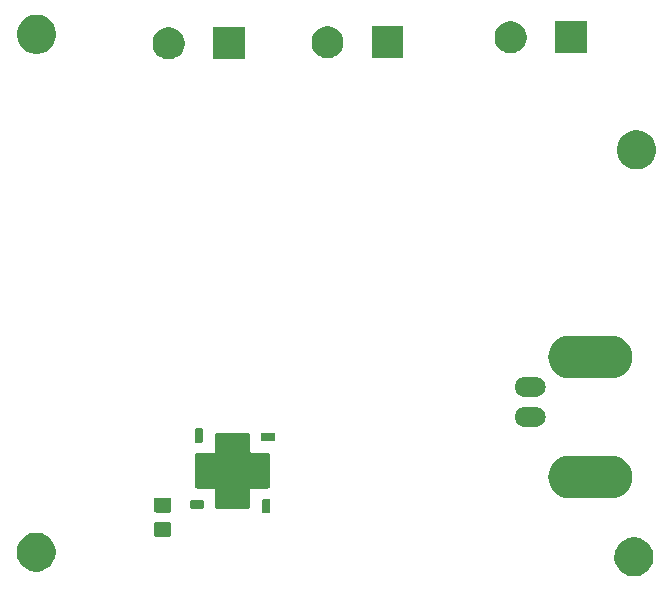
<source format=gbr>
G04 #@! TF.GenerationSoftware,KiCad,Pcbnew,(5.1.0)-1*
G04 #@! TF.CreationDate,2020-05-22T08:02:51-04:00*
G04 #@! TF.ProjectId,SiPMV4-60050,5369504d-5634-42d3-9630-3035302e6b69,rev?*
G04 #@! TF.SameCoordinates,Original*
G04 #@! TF.FileFunction,Soldermask,Bot*
G04 #@! TF.FilePolarity,Negative*
%FSLAX46Y46*%
G04 Gerber Fmt 4.6, Leading zero omitted, Abs format (unit mm)*
G04 Created by KiCad (PCBNEW (5.1.0)-1) date 2020-05-22 08:02:51*
%MOMM*%
%LPD*%
G04 APERTURE LIST*
%ADD10C,0.100000*%
G04 APERTURE END LIST*
D10*
G36*
X189879576Y-63466098D02*
G01*
X189985899Y-63487247D01*
X190286362Y-63611703D01*
X190556771Y-63792385D01*
X190786735Y-64022349D01*
X190967417Y-64292758D01*
X190967418Y-64292760D01*
X191091873Y-64593222D01*
X191142204Y-64846249D01*
X191155320Y-64912191D01*
X191155320Y-65237409D01*
X191091873Y-65556379D01*
X190967417Y-65856842D01*
X190786735Y-66127251D01*
X190556771Y-66357215D01*
X190286362Y-66537897D01*
X189985899Y-66662353D01*
X189879576Y-66683502D01*
X189666931Y-66725800D01*
X189341709Y-66725800D01*
X189129064Y-66683502D01*
X189022741Y-66662353D01*
X188722278Y-66537897D01*
X188451869Y-66357215D01*
X188221905Y-66127251D01*
X188041223Y-65856842D01*
X187916767Y-65556379D01*
X187853320Y-65237409D01*
X187853320Y-64912191D01*
X187866437Y-64846249D01*
X187916767Y-64593222D01*
X188041222Y-64292760D01*
X188041223Y-64292758D01*
X188221905Y-64022349D01*
X188451869Y-63792385D01*
X188722278Y-63611703D01*
X189022741Y-63487247D01*
X189129064Y-63466098D01*
X189341709Y-63423800D01*
X189666931Y-63423800D01*
X189879576Y-63466098D01*
X189879576Y-63466098D01*
G37*
G36*
X139270076Y-63074938D02*
G01*
X139376399Y-63096087D01*
X139676862Y-63220543D01*
X139947271Y-63401225D01*
X140177235Y-63631189D01*
X140177236Y-63631191D01*
X140357918Y-63901600D01*
X140482373Y-64202062D01*
X140545820Y-64521029D01*
X140545820Y-64846251D01*
X140503522Y-65058896D01*
X140482373Y-65165219D01*
X140357917Y-65465682D01*
X140177235Y-65736091D01*
X139947271Y-65966055D01*
X139676862Y-66146737D01*
X139376399Y-66271193D01*
X139270076Y-66292342D01*
X139057431Y-66334640D01*
X138732209Y-66334640D01*
X138519564Y-66292342D01*
X138413241Y-66271193D01*
X138112778Y-66146737D01*
X137842369Y-65966055D01*
X137612405Y-65736091D01*
X137431723Y-65465682D01*
X137307267Y-65165219D01*
X137286118Y-65058896D01*
X137243820Y-64846251D01*
X137243820Y-64521029D01*
X137307267Y-64202062D01*
X137431722Y-63901600D01*
X137612404Y-63631191D01*
X137612405Y-63631189D01*
X137842369Y-63401225D01*
X138112778Y-63220543D01*
X138413241Y-63096087D01*
X138519564Y-63074938D01*
X138732209Y-63032640D01*
X139057431Y-63032640D01*
X139270076Y-63074938D01*
X139270076Y-63074938D01*
G37*
G36*
X150194674Y-62125465D02*
G01*
X150232367Y-62136899D01*
X150267103Y-62155466D01*
X150297548Y-62180452D01*
X150322534Y-62210897D01*
X150341101Y-62245633D01*
X150352535Y-62283326D01*
X150357000Y-62328661D01*
X150357000Y-63165339D01*
X150352535Y-63210674D01*
X150341101Y-63248367D01*
X150322534Y-63283103D01*
X150297548Y-63313548D01*
X150267103Y-63338534D01*
X150232367Y-63357101D01*
X150194674Y-63368535D01*
X150149339Y-63373000D01*
X149062661Y-63373000D01*
X149017326Y-63368535D01*
X148979633Y-63357101D01*
X148944897Y-63338534D01*
X148914452Y-63313548D01*
X148889466Y-63283103D01*
X148870899Y-63248367D01*
X148859465Y-63210674D01*
X148855000Y-63165339D01*
X148855000Y-62328661D01*
X148859465Y-62283326D01*
X148870899Y-62245633D01*
X148889466Y-62210897D01*
X148914452Y-62180452D01*
X148944897Y-62155466D01*
X148979633Y-62136899D01*
X149017326Y-62125465D01*
X149062661Y-62121000D01*
X150149339Y-62121000D01*
X150194674Y-62125465D01*
X150194674Y-62125465D01*
G37*
G36*
X158648428Y-60190264D02*
G01*
X158669509Y-60196660D01*
X158688945Y-60207048D01*
X158705976Y-60221024D01*
X158719952Y-60238055D01*
X158730340Y-60257491D01*
X158736736Y-60278572D01*
X158739500Y-60306640D01*
X158739500Y-61270360D01*
X158736736Y-61298428D01*
X158730340Y-61319509D01*
X158719952Y-61338945D01*
X158705976Y-61355976D01*
X158688945Y-61369952D01*
X158669509Y-61380340D01*
X158648428Y-61386736D01*
X158620360Y-61389500D01*
X158156640Y-61389500D01*
X158128572Y-61386736D01*
X158107491Y-61380340D01*
X158088055Y-61369952D01*
X158071024Y-61355976D01*
X158057048Y-61338945D01*
X158046660Y-61319509D01*
X158040264Y-61298428D01*
X158037500Y-61270360D01*
X158037500Y-60306640D01*
X158040264Y-60278572D01*
X158046660Y-60257491D01*
X158057048Y-60238055D01*
X158071024Y-60221024D01*
X158088055Y-60207048D01*
X158107491Y-60196660D01*
X158128572Y-60190264D01*
X158156640Y-60187500D01*
X158620360Y-60187500D01*
X158648428Y-60190264D01*
X158648428Y-60190264D01*
G37*
G36*
X150194674Y-60075465D02*
G01*
X150232367Y-60086899D01*
X150267103Y-60105466D01*
X150297548Y-60130452D01*
X150322534Y-60160897D01*
X150341101Y-60195633D01*
X150352535Y-60233326D01*
X150357000Y-60278661D01*
X150357000Y-61115339D01*
X150352535Y-61160674D01*
X150341101Y-61198367D01*
X150322534Y-61233103D01*
X150297548Y-61263548D01*
X150267103Y-61288534D01*
X150232367Y-61307101D01*
X150194674Y-61318535D01*
X150149339Y-61323000D01*
X149062661Y-61323000D01*
X149017326Y-61318535D01*
X148979633Y-61307101D01*
X148944897Y-61288534D01*
X148914452Y-61263548D01*
X148889466Y-61233103D01*
X148870899Y-61198367D01*
X148859465Y-61160674D01*
X148855000Y-61115339D01*
X148855000Y-60278661D01*
X148859465Y-60233326D01*
X148870899Y-60195633D01*
X148889466Y-60160897D01*
X148914452Y-60130452D01*
X148944897Y-60105466D01*
X148979633Y-60086899D01*
X149017326Y-60075465D01*
X149062661Y-60071000D01*
X150149339Y-60071000D01*
X150194674Y-60075465D01*
X150194674Y-60075465D01*
G37*
G36*
X156868239Y-54601940D02*
G01*
X156905683Y-54613299D01*
X156940188Y-54631742D01*
X156970435Y-54656565D01*
X156995258Y-54686812D01*
X157013701Y-54721317D01*
X157025060Y-54758761D01*
X157029500Y-54803841D01*
X157029500Y-56162501D01*
X157031902Y-56186887D01*
X157039015Y-56210336D01*
X157050566Y-56231947D01*
X157066111Y-56250889D01*
X157085053Y-56266434D01*
X157106664Y-56277985D01*
X157130113Y-56285098D01*
X157154499Y-56287500D01*
X158513159Y-56287500D01*
X158558239Y-56291940D01*
X158595683Y-56303299D01*
X158630188Y-56321742D01*
X158660435Y-56346565D01*
X158685258Y-56376812D01*
X158703701Y-56411317D01*
X158715060Y-56448761D01*
X158719500Y-56493841D01*
X158719500Y-59083159D01*
X158715060Y-59128239D01*
X158703701Y-59165683D01*
X158685258Y-59200188D01*
X158660435Y-59230435D01*
X158630188Y-59255258D01*
X158595683Y-59273701D01*
X158558239Y-59285060D01*
X158513159Y-59289500D01*
X157154499Y-59289500D01*
X157130113Y-59291902D01*
X157106664Y-59299015D01*
X157085053Y-59310566D01*
X157066111Y-59326111D01*
X157050566Y-59345053D01*
X157039015Y-59366664D01*
X157031902Y-59390113D01*
X157029500Y-59414499D01*
X157029500Y-60793159D01*
X157025060Y-60838239D01*
X157013701Y-60875683D01*
X156995258Y-60910188D01*
X156970435Y-60940435D01*
X156940188Y-60965258D01*
X156905683Y-60983701D01*
X156868239Y-60995060D01*
X156823159Y-60999500D01*
X154233841Y-60999500D01*
X154188761Y-60995060D01*
X154151317Y-60983701D01*
X154116812Y-60965258D01*
X154086565Y-60940435D01*
X154061742Y-60910188D01*
X154043299Y-60875683D01*
X154031940Y-60838239D01*
X154027500Y-60793159D01*
X154027500Y-59414499D01*
X154025098Y-59390113D01*
X154017985Y-59366664D01*
X154006434Y-59345053D01*
X153990889Y-59326111D01*
X153971947Y-59310566D01*
X153950336Y-59299015D01*
X153926887Y-59291902D01*
X153902501Y-59289500D01*
X152523841Y-59289500D01*
X152478761Y-59285060D01*
X152441317Y-59273701D01*
X152406812Y-59255258D01*
X152376565Y-59230435D01*
X152351742Y-59200188D01*
X152333299Y-59165683D01*
X152321940Y-59128239D01*
X152317500Y-59083159D01*
X152317500Y-56493841D01*
X152321940Y-56448761D01*
X152333299Y-56411317D01*
X152351742Y-56376812D01*
X152376565Y-56346565D01*
X152406812Y-56321742D01*
X152441317Y-56303299D01*
X152478761Y-56291940D01*
X152523841Y-56287500D01*
X153902501Y-56287500D01*
X153926887Y-56285098D01*
X153950336Y-56277985D01*
X153971947Y-56266434D01*
X153990889Y-56250889D01*
X154006434Y-56231947D01*
X154017985Y-56210336D01*
X154025098Y-56186887D01*
X154027500Y-56162501D01*
X154027500Y-54803841D01*
X154031940Y-54758761D01*
X154043299Y-54721317D01*
X154061742Y-54686812D01*
X154086565Y-54656565D01*
X154116812Y-54631742D01*
X154151317Y-54613299D01*
X154188761Y-54601940D01*
X154233841Y-54597500D01*
X156823159Y-54597500D01*
X156868239Y-54601940D01*
X156868239Y-54601940D01*
G37*
G36*
X153038428Y-60290264D02*
G01*
X153059509Y-60296660D01*
X153078945Y-60307048D01*
X153095976Y-60321024D01*
X153109952Y-60338055D01*
X153120340Y-60357491D01*
X153126736Y-60378572D01*
X153129500Y-60406640D01*
X153129500Y-60870360D01*
X153126736Y-60898428D01*
X153120340Y-60919509D01*
X153109952Y-60938945D01*
X153095976Y-60955976D01*
X153078945Y-60969952D01*
X153059509Y-60980340D01*
X153038428Y-60986736D01*
X153010360Y-60989500D01*
X152046640Y-60989500D01*
X152018572Y-60986736D01*
X151997491Y-60980340D01*
X151978055Y-60969952D01*
X151961024Y-60955976D01*
X151947048Y-60938945D01*
X151936660Y-60919509D01*
X151930264Y-60898428D01*
X151927500Y-60870360D01*
X151927500Y-60406640D01*
X151930264Y-60378572D01*
X151936660Y-60357491D01*
X151947048Y-60338055D01*
X151961024Y-60321024D01*
X151978055Y-60307048D01*
X151997491Y-60296660D01*
X152018572Y-60290264D01*
X152046640Y-60287500D01*
X153010360Y-60287500D01*
X153038428Y-60290264D01*
X153038428Y-60290264D01*
G37*
G36*
X187735289Y-56513386D02*
G01*
X187911678Y-56530759D01*
X188251168Y-56633742D01*
X188251170Y-56633743D01*
X188564042Y-56800977D01*
X188564044Y-56800978D01*
X188564043Y-56800978D01*
X188838281Y-57026039D01*
X189063342Y-57300277D01*
X189230578Y-57613152D01*
X189333561Y-57952642D01*
X189368334Y-58305700D01*
X189333561Y-58658758D01*
X189233292Y-58989300D01*
X189230577Y-58998250D01*
X189063343Y-59311122D01*
X188838281Y-59585361D01*
X188564042Y-59810423D01*
X188251170Y-59977657D01*
X188251168Y-59977658D01*
X187911678Y-60080641D01*
X187735289Y-60098014D01*
X187647096Y-60106700D01*
X183970144Y-60106700D01*
X183881951Y-60098014D01*
X183705562Y-60080641D01*
X183366072Y-59977658D01*
X183366070Y-59977657D01*
X183053198Y-59810423D01*
X182778959Y-59585361D01*
X182553897Y-59311122D01*
X182386663Y-58998250D01*
X182383948Y-58989300D01*
X182283679Y-58658758D01*
X182248906Y-58305700D01*
X182283679Y-57952642D01*
X182386662Y-57613152D01*
X182553898Y-57300277D01*
X182778959Y-57026039D01*
X183053197Y-56800978D01*
X183053196Y-56800978D01*
X183053198Y-56800977D01*
X183366070Y-56633743D01*
X183366072Y-56633742D01*
X183705562Y-56530759D01*
X183881951Y-56513386D01*
X183970144Y-56504700D01*
X187647096Y-56504700D01*
X187735289Y-56513386D01*
X187735289Y-56513386D01*
G37*
G36*
X152938428Y-54210264D02*
G01*
X152959509Y-54216660D01*
X152978945Y-54227048D01*
X152995976Y-54241024D01*
X153009952Y-54258055D01*
X153020340Y-54277491D01*
X153026736Y-54298572D01*
X153029500Y-54326640D01*
X153029500Y-55290360D01*
X153026736Y-55318428D01*
X153020340Y-55339509D01*
X153009952Y-55358945D01*
X152995976Y-55375976D01*
X152978945Y-55389952D01*
X152959509Y-55400340D01*
X152938428Y-55406736D01*
X152910360Y-55409500D01*
X152446640Y-55409500D01*
X152418572Y-55406736D01*
X152397491Y-55400340D01*
X152378055Y-55389952D01*
X152361024Y-55375976D01*
X152347048Y-55358945D01*
X152336660Y-55339509D01*
X152330264Y-55318428D01*
X152327500Y-55290360D01*
X152327500Y-54326640D01*
X152330264Y-54298572D01*
X152336660Y-54277491D01*
X152347048Y-54258055D01*
X152361024Y-54241024D01*
X152378055Y-54227048D01*
X152397491Y-54216660D01*
X152418572Y-54210264D01*
X152446640Y-54207500D01*
X152910360Y-54207500D01*
X152938428Y-54210264D01*
X152938428Y-54210264D01*
G37*
G36*
X159048428Y-54590264D02*
G01*
X159069509Y-54596660D01*
X159088945Y-54607048D01*
X159105976Y-54621024D01*
X159119952Y-54638055D01*
X159130340Y-54657491D01*
X159136736Y-54678572D01*
X159139500Y-54706640D01*
X159139500Y-55170360D01*
X159136736Y-55198428D01*
X159130340Y-55219509D01*
X159119952Y-55238945D01*
X159105976Y-55255976D01*
X159088945Y-55269952D01*
X159069509Y-55280340D01*
X159048428Y-55286736D01*
X159020360Y-55289500D01*
X158056640Y-55289500D01*
X158028572Y-55286736D01*
X158007491Y-55280340D01*
X157988055Y-55269952D01*
X157971024Y-55255976D01*
X157957048Y-55238945D01*
X157946660Y-55219509D01*
X157940264Y-55198428D01*
X157937500Y-55170360D01*
X157937500Y-54706640D01*
X157940264Y-54678572D01*
X157946660Y-54657491D01*
X157957048Y-54638055D01*
X157971024Y-54621024D01*
X157988055Y-54607048D01*
X158007491Y-54596660D01*
X158028572Y-54590264D01*
X158056640Y-54587500D01*
X159020360Y-54587500D01*
X159048428Y-54590264D01*
X159048428Y-54590264D01*
G37*
G36*
X181345443Y-52387013D02*
G01*
X181505862Y-52435676D01*
X181638526Y-52506586D01*
X181653698Y-52514696D01*
X181783279Y-52621041D01*
X181889624Y-52750622D01*
X181889625Y-52750624D01*
X181968644Y-52898458D01*
X182017307Y-53058877D01*
X182033737Y-53225700D01*
X182017307Y-53392523D01*
X181968644Y-53552942D01*
X181897734Y-53685606D01*
X181889624Y-53700778D01*
X181783279Y-53830359D01*
X181653698Y-53936704D01*
X181653696Y-53936705D01*
X181505862Y-54015724D01*
X181345443Y-54064387D01*
X181220424Y-54076700D01*
X180236816Y-54076700D01*
X180111797Y-54064387D01*
X179951378Y-54015724D01*
X179803544Y-53936705D01*
X179803542Y-53936704D01*
X179673961Y-53830359D01*
X179567616Y-53700778D01*
X179559506Y-53685606D01*
X179488596Y-53552942D01*
X179439933Y-53392523D01*
X179423503Y-53225700D01*
X179439933Y-53058877D01*
X179488596Y-52898458D01*
X179567615Y-52750624D01*
X179567616Y-52750622D01*
X179673961Y-52621041D01*
X179803542Y-52514696D01*
X179818714Y-52506586D01*
X179951378Y-52435676D01*
X180111797Y-52387013D01*
X180236816Y-52374700D01*
X181220424Y-52374700D01*
X181345443Y-52387013D01*
X181345443Y-52387013D01*
G37*
G36*
X181345443Y-49847013D02*
G01*
X181505862Y-49895676D01*
X181601321Y-49946700D01*
X181653698Y-49974696D01*
X181783279Y-50081041D01*
X181889624Y-50210622D01*
X181889625Y-50210624D01*
X181968644Y-50358458D01*
X182017307Y-50518877D01*
X182033737Y-50685700D01*
X182017307Y-50852523D01*
X181968644Y-51012942D01*
X181897734Y-51145606D01*
X181889624Y-51160778D01*
X181783279Y-51290359D01*
X181653698Y-51396704D01*
X181653696Y-51396705D01*
X181505862Y-51475724D01*
X181345443Y-51524387D01*
X181220424Y-51536700D01*
X180236816Y-51536700D01*
X180111797Y-51524387D01*
X179951378Y-51475724D01*
X179803544Y-51396705D01*
X179803542Y-51396704D01*
X179673961Y-51290359D01*
X179567616Y-51160778D01*
X179559506Y-51145606D01*
X179488596Y-51012942D01*
X179439933Y-50852523D01*
X179423503Y-50685700D01*
X179439933Y-50518877D01*
X179488596Y-50358458D01*
X179567615Y-50210624D01*
X179567616Y-50210622D01*
X179673961Y-50081041D01*
X179803542Y-49974696D01*
X179855919Y-49946700D01*
X179951378Y-49895676D01*
X180111797Y-49847013D01*
X180236816Y-49834700D01*
X181220424Y-49834700D01*
X181345443Y-49847013D01*
X181345443Y-49847013D01*
G37*
G36*
X187735289Y-46353386D02*
G01*
X187911678Y-46370759D01*
X188251168Y-46473742D01*
X188251170Y-46473743D01*
X188564042Y-46640977D01*
X188564044Y-46640978D01*
X188564043Y-46640978D01*
X188838281Y-46866039D01*
X189063342Y-47140277D01*
X189230578Y-47453152D01*
X189333561Y-47792642D01*
X189368334Y-48145700D01*
X189333561Y-48498758D01*
X189230578Y-48838248D01*
X189230577Y-48838250D01*
X189063343Y-49151122D01*
X188838281Y-49425361D01*
X188564042Y-49650423D01*
X188251170Y-49817657D01*
X188251168Y-49817658D01*
X187911678Y-49920641D01*
X187735289Y-49938014D01*
X187647096Y-49946700D01*
X183970144Y-49946700D01*
X183881951Y-49938014D01*
X183705562Y-49920641D01*
X183366072Y-49817658D01*
X183366070Y-49817657D01*
X183053198Y-49650423D01*
X182778959Y-49425361D01*
X182553897Y-49151122D01*
X182386663Y-48838250D01*
X182386662Y-48838248D01*
X182283679Y-48498758D01*
X182248906Y-48145700D01*
X182283679Y-47792642D01*
X182386662Y-47453152D01*
X182553898Y-47140277D01*
X182778959Y-46866039D01*
X183053197Y-46640978D01*
X183053196Y-46640978D01*
X183053198Y-46640977D01*
X183366070Y-46473743D01*
X183366072Y-46473742D01*
X183705562Y-46370759D01*
X183881951Y-46353386D01*
X183970144Y-46344700D01*
X187647096Y-46344700D01*
X187735289Y-46353386D01*
X187735289Y-46353386D01*
G37*
G36*
X190095476Y-29008458D02*
G01*
X190201799Y-29029607D01*
X190502262Y-29154063D01*
X190772671Y-29334745D01*
X191002635Y-29564709D01*
X191183317Y-29835118D01*
X191307773Y-30135581D01*
X191371220Y-30454551D01*
X191371220Y-30779769D01*
X191307773Y-31098739D01*
X191183317Y-31399202D01*
X191002635Y-31669611D01*
X190772671Y-31899575D01*
X190502262Y-32080257D01*
X190201799Y-32204713D01*
X190095476Y-32225862D01*
X189882831Y-32268160D01*
X189557609Y-32268160D01*
X189344964Y-32225862D01*
X189238641Y-32204713D01*
X188938178Y-32080257D01*
X188667769Y-31899575D01*
X188437805Y-31669611D01*
X188257123Y-31399202D01*
X188132667Y-31098739D01*
X188069220Y-30779769D01*
X188069220Y-30454551D01*
X188132667Y-30135581D01*
X188257123Y-29835118D01*
X188437805Y-29564709D01*
X188667769Y-29334745D01*
X188938178Y-29154063D01*
X189238641Y-29029607D01*
X189344964Y-29008458D01*
X189557609Y-28966160D01*
X189882831Y-28966160D01*
X190095476Y-29008458D01*
X190095476Y-29008458D01*
G37*
G36*
X150505532Y-20301078D02*
G01*
X150751399Y-20402919D01*
X150828219Y-20454249D01*
X150972671Y-20550769D01*
X151160851Y-20738949D01*
X151308702Y-20960223D01*
X151410542Y-21206088D01*
X151462460Y-21467097D01*
X151462460Y-21733223D01*
X151410542Y-21994232D01*
X151308702Y-22240097D01*
X151214499Y-22381082D01*
X151160850Y-22461372D01*
X150972672Y-22649550D01*
X150751399Y-22797401D01*
X150751398Y-22797402D01*
X150751397Y-22797402D01*
X150505532Y-22899242D01*
X150244523Y-22951160D01*
X149978397Y-22951160D01*
X149717388Y-22899242D01*
X149471523Y-22797402D01*
X149471522Y-22797402D01*
X149471521Y-22797401D01*
X149250248Y-22649550D01*
X149062070Y-22461372D01*
X149008422Y-22381082D01*
X148914218Y-22240097D01*
X148812378Y-21994232D01*
X148760460Y-21733223D01*
X148760460Y-21467097D01*
X148812378Y-21206088D01*
X148914218Y-20960223D01*
X149062069Y-20738949D01*
X149250249Y-20550769D01*
X149394701Y-20454249D01*
X149471521Y-20402919D01*
X149717388Y-20301078D01*
X149978397Y-20249160D01*
X150244523Y-20249160D01*
X150505532Y-20301078D01*
X150505532Y-20301078D01*
G37*
G36*
X156542460Y-22951160D02*
G01*
X153840460Y-22951160D01*
X153840460Y-20249160D01*
X156542460Y-20249160D01*
X156542460Y-22951160D01*
X156542460Y-22951160D01*
G37*
G36*
X163962452Y-20204558D02*
G01*
X164208319Y-20306399D01*
X164268217Y-20346422D01*
X164429591Y-20454249D01*
X164617771Y-20642429D01*
X164765622Y-20863703D01*
X164867462Y-21109568D01*
X164919380Y-21370577D01*
X164919380Y-21636703D01*
X164867462Y-21897712D01*
X164770670Y-22131391D01*
X164765621Y-22143579D01*
X164617770Y-22364852D01*
X164429592Y-22553030D01*
X164208319Y-22700881D01*
X164208318Y-22700882D01*
X164208317Y-22700882D01*
X163962452Y-22802722D01*
X163701443Y-22854640D01*
X163435317Y-22854640D01*
X163174308Y-22802722D01*
X162928443Y-22700882D01*
X162928442Y-22700882D01*
X162928441Y-22700881D01*
X162707168Y-22553030D01*
X162518990Y-22364852D01*
X162371139Y-22143579D01*
X162366091Y-22131391D01*
X162269298Y-21897712D01*
X162217380Y-21636703D01*
X162217380Y-21370577D01*
X162269298Y-21109568D01*
X162371138Y-20863703D01*
X162518989Y-20642429D01*
X162707169Y-20454249D01*
X162868543Y-20346422D01*
X162928441Y-20306399D01*
X163174308Y-20204558D01*
X163435317Y-20152640D01*
X163701443Y-20152640D01*
X163962452Y-20204558D01*
X163962452Y-20204558D01*
G37*
G36*
X169999380Y-22854640D02*
G01*
X167297380Y-22854640D01*
X167297380Y-20152640D01*
X169999380Y-20152640D01*
X169999380Y-22854640D01*
X169999380Y-22854640D01*
G37*
G36*
X139313256Y-19219298D02*
G01*
X139419579Y-19240447D01*
X139720042Y-19364903D01*
X139990451Y-19545585D01*
X140220415Y-19775549D01*
X140293386Y-19884758D01*
X140401098Y-20045960D01*
X140525553Y-20346422D01*
X140584433Y-20642428D01*
X140589000Y-20665391D01*
X140589000Y-20990609D01*
X140525553Y-21309579D01*
X140401097Y-21610042D01*
X140220415Y-21880451D01*
X139990451Y-22110415D01*
X139720042Y-22291097D01*
X139419579Y-22415553D01*
X139331867Y-22433000D01*
X139100611Y-22479000D01*
X138775389Y-22479000D01*
X138544133Y-22433000D01*
X138456421Y-22415553D01*
X138155958Y-22291097D01*
X137885549Y-22110415D01*
X137655585Y-21880451D01*
X137474903Y-21610042D01*
X137350447Y-21309579D01*
X137287000Y-20990609D01*
X137287000Y-20665391D01*
X137291568Y-20642428D01*
X137350447Y-20346422D01*
X137474902Y-20045960D01*
X137582614Y-19884758D01*
X137655585Y-19775549D01*
X137885549Y-19545585D01*
X138155958Y-19364903D01*
X138456421Y-19240447D01*
X138562744Y-19219298D01*
X138775389Y-19177000D01*
X139100611Y-19177000D01*
X139313256Y-19219298D01*
X139313256Y-19219298D01*
G37*
G36*
X179427036Y-19775551D02*
G01*
X179464072Y-19782918D01*
X179709939Y-19884759D01*
X179821328Y-19959187D01*
X179931211Y-20032609D01*
X180119391Y-20220789D01*
X180267242Y-20442063D01*
X180369082Y-20687928D01*
X180421000Y-20948937D01*
X180421000Y-21215063D01*
X180369082Y-21476072D01*
X180267242Y-21721937D01*
X180149793Y-21897712D01*
X180119390Y-21943212D01*
X179931212Y-22131390D01*
X179709939Y-22279241D01*
X179709938Y-22279242D01*
X179709937Y-22279242D01*
X179464072Y-22381082D01*
X179203063Y-22433000D01*
X178936937Y-22433000D01*
X178675928Y-22381082D01*
X178430063Y-22279242D01*
X178430062Y-22279242D01*
X178430061Y-22279241D01*
X178208788Y-22131390D01*
X178020610Y-21943212D01*
X177990208Y-21897712D01*
X177872758Y-21721937D01*
X177770918Y-21476072D01*
X177719000Y-21215063D01*
X177719000Y-20948937D01*
X177770918Y-20687928D01*
X177872758Y-20442063D01*
X178020609Y-20220789D01*
X178208789Y-20032609D01*
X178318672Y-19959187D01*
X178430061Y-19884759D01*
X178675928Y-19782918D01*
X178712964Y-19775551D01*
X178936937Y-19731000D01*
X179203063Y-19731000D01*
X179427036Y-19775551D01*
X179427036Y-19775551D01*
G37*
G36*
X185501000Y-22433000D02*
G01*
X182799000Y-22433000D01*
X182799000Y-19731000D01*
X185501000Y-19731000D01*
X185501000Y-22433000D01*
X185501000Y-22433000D01*
G37*
M02*

</source>
